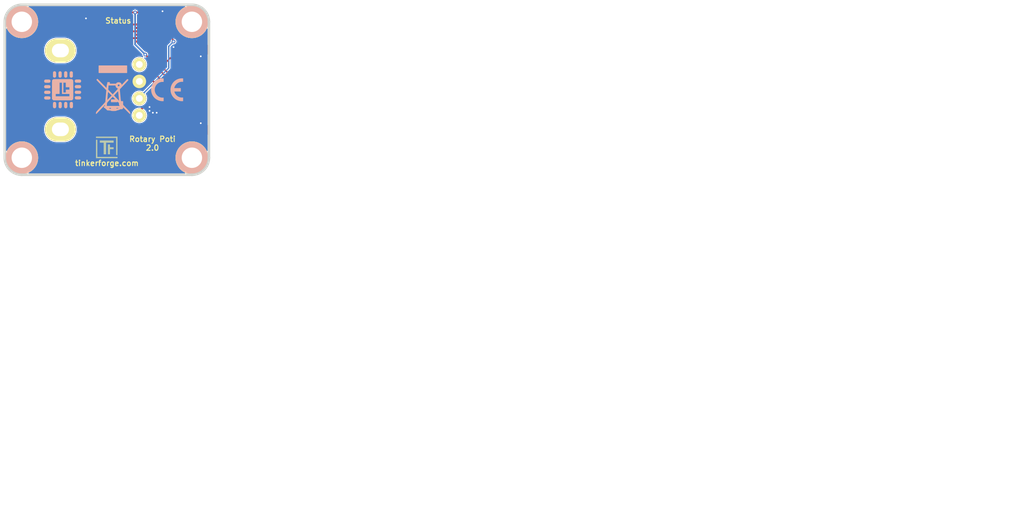
<source format=kicad_pcb>
(kicad_pcb (version 20221018) (generator pcbnew)
  (title_block (title "Rotary Poti Bricklet") (date "2018-06-22") (rev "2.0") (company "Tinkerforge GmbH") (comment 1 "Licensed under CERN OHL v.1.1") (comment 2 "Copyright (©) 2018, L.Lauer <lukas@tinkerforge.com>"))
  (layers (0 "F.Cu" signal "Vorderseite") (31 "B.Cu" signal "Rückseite") (34 "B.Paste" user) (35 "F.Paste" user) (36 "B.SilkS" user "B.Silkscreen") (37 "F.SilkS" user "F.Silkscreen") (38 "B.Mask" user) (39 "F.Mask" user) (44 "Edge.Cuts" user))
  (net 0 "")
  (net 1 "GND")
  (net 2 "IN_1")
  (net 3 "VCC")
  (net 4 "Net-(C1-Pad1)")
  (net 5 "Net-(D1-Pad2)")
  (net 6 "Net-(P1-Pad1)")
  (net 7 "Net-(P1-Pad4)")
  (net 8 "Net-(P1-Pad5)")
  (net 9 "Net-(P1-Pad6)")
  (net 10 "Net-(P2-Pad1)")
  (net 11 "Net-(P3-Pad2)")
  (net 12 "Net-(R3-Pad1)")
  (net 13 "S-MISO")
  (net 14 "S-MOSI")
  (net 15 "S-CLK")
  (net 16 "S-CS")
  (net 17 "Net-(U1-Pad3)")
  (net 18 "Net-(U1-Pad4)")
  (net 19 "Net-(U1-Pad5)")
  (net 20 "Net-(U1-Pad6)")
  (net 21 "Net-(U1-Pad7)")
  (net 22 "Net-(U1-Pad8)")
  (net 23 "Net-(U1-Pad11)")
  (net 24 "Net-(U1-Pad12)")
  (net 25 "Net-(U1-Pad14)")
  (net 26 "Net-(U1-Pad16)")
  (net 27 "Net-(U1-Pad19)")
  (net 28 "Net-(U1-Pad20)")
  (net 29 "Net-(U1-Pad21)")
  (net 30 "Net-(U1-Pad18)")
  (footprint "kicad-libraries:DRILL_NP" (layer "F.Cu") (at 160.9 112.2 90)
    (fp_text reference "U5" hide)
    (fp_text value "DRILL" hide)
    (pad "" np_thru_hole circle (at 0 0 90) (size 2.99974 2.99974) (drill 2.99974) (layers "*.Cu" "*.Mask" "F.SilkS") (clearance 0.89916))
  )
  (footprint "kicad-libraries:DRILL_NP" (layer "F.Cu") (at 160.9 92.2)
    (fp_text reference "U4" hide)
    (fp_text value "DRILL" hide)
    (pad "" np_thru_hole circle (at 0 0) (size 2.99974 2.99974) (drill 2.99974) (layers "*.Cu" "*.Mask" "F.SilkS") (clearance 0.89916))
  )
  (footprint "kicad-libraries:DRILL_NP" (layer "F.Cu") (at 135.9 112.2)
    (fp_text reference "U3" hide)
    (fp_text value "DRILL" hide)
    (pad "" np_thru_hole circle (at 0 0) (size 2.99974 2.99974) (drill 2.99974) (layers "*.Cu" "*.Mask" "F.SilkS") (clearance 0.89916))
  )
  (footprint "kicad-libraries:Logo_31x31" (layer "F.Cu") (at 146.8 109.1)
    (fp_text reference "Ref**" hide)
    (fp_text value "Val**" hide)
  )
  (footprint "kicad-libraries:Fiducial_Mark" (layer "F.Cu") (at 155.9 113.2)
    (fp_text reference "Fiducial_Mark" hide)
    (fp_text value "VAL**" hide)
    (pad "1" smd circle (at 0 0) (size 1.00076 1.00076) (layers "F.Cu" "F.Paste" "F.Mask") (clearance 0.65024))
  )
  (footprint "kicad-libraries:Fiducial_Mark" (layer "F.Cu") (at 140.9 91.2)
    (fp_text reference "Fiducial_Mark" hide)
    (fp_text value "VAL**" hide)
    (pad "1" smd circle (at 0 0) (size 1.00076 1.00076) (layers "F.Cu" "F.Paste" "F.Mask") (clearance 0.65024))
  )
  (footprint "kicad-libraries:C0402F" (layer "F.Cu") (at 158.2 97 90)
    (fp_text reference "C1")
    (fp_text value "220pF")
    (pad "1" smd rect (at -0.5 0 90) (size 0.6 0.7) (layers "F.Cu" "F.Paste" "F.Mask") (net 4 "Net-(C1-Pad1)"))
    (pad "2" smd rect (at 0.5 0 90) (size 0.6 0.7) (layers "F.Cu" "F.Paste" "F.Mask") (net 1 "GND"))
  )
  (footprint "kicad-libraries:C0805" (layer "F.Cu") (at 156.9 104.1 -90)
    (fp_text reference "C3")
    (fp_text value "10uF")
    (pad "1" smd rect (at -1.00076 0 270) (size 1.00076 1.24968) (layers "F.Cu" "F.Paste" "F.Mask") (net 3 "VCC") (clearance 0.14986))
    (pad "2" smd rect (at 1.00076 0 270) (size 1.00076 1.24968) (layers "F.Cu" "F.Paste" "F.Mask") (net 1 "GND") (clearance 0.14986))
  )
  (footprint "kicad-libraries:C0603F" (layer "F.Cu") (at 155.4 104.1 -90)
    (fp_text reference "C4")
    (fp_text value "1uF")
    (pad "1" smd rect (at -0.75 0 270) (size 0.9 0.9) (layers "F.Cu" "F.Paste" "F.Mask") (net 3 "VCC"))
    (pad "2" smd rect (at 0.75 0 270) (size 0.9 0.9) (layers "F.Cu" "F.Paste" "F.Mask") (net 1 "GND"))
  )
  (footprint "kicad-libraries:C0603F" (layer "F.Cu") (at 155.1 90.65)
    (fp_text reference "C5")
    (fp_text value "100nF")
    (pad "1" smd rect (at -0.75 0) (size 0.9 0.9) (layers "F.Cu" "F.Paste" "F.Mask") (net 3 "VCC"))
    (pad "2" smd rect (at 0.75 0) (size 0.9 0.9) (layers "F.Cu" "F.Paste" "F.Mask") (net 1 "GND"))
  )
  (footprint "kicad-libraries:D0603F" (layer "F.Cu") (at 150.06 90.82 180)
    (fp_text reference "D1")
    (fp_text value "blue")
    (pad "1" smd rect (at -0.75 0 180) (size 0.9 0.9) (layers "F.Cu" "F.Paste" "F.Mask") (net 3 "VCC"))
    (pad "2" smd rect (at 0.75 0 180) (size 0.9 0.9) (layers "F.Cu" "F.Paste" "F.Mask") (net 5 "Net-(D1-Pad2)"))
  )
  (footprint "kicad-libraries:CON-SENSOR2" (layer "F.Cu") (at 163.4 102.2 90)
    (fp_text reference "P1")
    (fp_text value "CON-SENSOR2")
    (pad "1" smd rect (at -3.75 -4.6 90) (size 0.6 1.8) (layers "F.Cu" "F.Paste" "F.Mask") (net 6 "Net-(P1-Pad1)"))
    (pad "2" smd rect (at -2.5 -4.6 90) (size 0.6 1.8) (layers "F.Cu" "F.Paste" "F.Mask") (net 1 "GND"))
    (pad "3" smd rect (at -1.25 -4.6 90) (size 0.6 1.8) (layers "F.Cu" "F.Paste" "F.Mask") (net 3 "VCC"))
    (pad "4" smd rect (at 0 -4.6 90) (size 0.6 1.8) (layers "F.Cu" "F.Paste" "F.Mask") (net 7 "Net-(P1-Pad4)"))
    (pad "5" smd rect (at 1.25 -4.6 90) (size 0.6 1.8) (layers "F.Cu" "F.Paste" "F.Mask") (net 8 "Net-(P1-Pad5)"))
    (pad "6" smd rect (at 2.5 -4.6 90) (size 0.6 1.8) (layers "F.Cu" "F.Paste" "F.Mask") (net 9 "Net-(P1-Pad6)"))
    (pad "7" smd rect (at 3.75 -4.6 90) (size 0.6 1.8) (layers "F.Cu" "F.Paste" "F.Mask") (net 4 "Net-(C1-Pad1)"))
    (pad "EP" smd rect (at -5.9 -1.2 90) (size 1.4 2.4) (layers "F.Cu" "F.Paste" "F.Mask") (net 1 "GND"))
    (pad "EP" smd rect (at 5.9 -1.2 90) (size 1.4 2.4) (layers "F.Cu" "F.Paste" "F.Mask") (net 1 "GND"))
  )
  (footprint "kicad-libraries:DEBUG_PAD" (layer "F.Cu") (at 150.21 93.57)
    (fp_text reference "P2")
    (fp_text value "DEBUG")
    (pad "1" smd circle (at 0 0) (size 0.7 0.7) (layers "F.Cu" "F.Paste" "F.Mask") (net 10 "Net-(P2-Pad1)"))
  )
  (footprint "kicad-libraries:SolderJumper" (layer "F.Cu") (at 144.35 91.93 -90)
    (fp_text reference "P3")
    (fp_text value "BOOT")
    (pad "1" smd rect (at -0.5 0 270) (size 0.4 1.4) (layers "F.Cu" "F.Mask") (net 1 "GND"))
    (pad "1" smd rect (at -0.225 -0.55 270) (size 0.95 0.3) (layers "F.Cu" "F.Mask") (net 1 "GND"))
    (pad "1" smd rect (at -0.225 0.55 270) (size 0.95 0.3) (layers "F.Cu" "F.Mask") (net 1 "GND"))
    (pad "2" smd rect (at 0.15 0 270) (size 0.6 0.5) (layers "F.Cu" "F.Mask") (net 11 "Net-(P3-Pad2)"))
    (pad "2" smd rect (at 0.55 0 270) (size 0.3 1.4) (layers "F.Cu" "F.Mask") (net 11 "Net-(P3-Pad2)"))
  )
  (footprint "kicad-libraries:R0603F" (layer "F.Cu") (at 147.09 90.82)
    (fp_text reference "R3")
    (fp_text value "1k")
    (pad "1" smd rect (at -0.75 0) (size 0.9 0.9) (layers "F.Cu" "F.Paste" "F.Mask") (net 12 "Net-(R3-Pad1)"))
    (pad "2" smd rect (at 0.75 0) (size 0.9 0.9) (layers "F.Cu" "F.Paste" "F.Mask") (net 5 "Net-(D1-Pad2)"))
  )
  (footprint "kicad-libraries:4X0402" (layer "F.Cu") (at 156.1 97.6)
    (fp_text reference "RP1")
    (fp_text value "82")
    (pad "1" smd rect (at -0.7493 0.575 180) (size 0.29972 0.65) (layers "F.Cu" "F.Paste" "F.Mask") (net 7 "Net-(P1-Pad4)"))
    (pad "2" smd rect (at -0.24892 0.575 180) (size 0.29972 0.65) (layers "F.Cu" "F.Paste" "F.Mask") (net 8 "Net-(P1-Pad5)"))
    (pad "3" smd rect (at 0.24892 0.575 180) (size 0.29972 0.65) (layers "F.Cu" "F.Paste" "F.Mask") (net 9 "Net-(P1-Pad6)"))
    (pad "4" smd rect (at 0.7493 0.575 180) (size 0.29972 0.65) (layers "F.Cu" "F.Paste" "F.Mask") (net 4 "Net-(C1-Pad1)"))
    (pad "5" smd rect (at 0.7493 -0.575) (size 0.29972 0.65) (layers "F.Cu" "F.Paste" "F.Mask") (net 13 "S-MISO"))
    (pad "6" smd rect (at 0.24892 -0.575) (size 0.29972 0.65) (layers "F.Cu" "F.Paste" "F.Mask") (net 14 "S-MOSI"))
    (pad "7" smd rect (at -0.24892 -0.575) (size 0.29972 0.65) (layers "F.Cu" "F.Paste" "F.Mask") (net 15 "S-CLK"))
    (pad "8" smd rect (at -0.7493 -0.575) (size 0.29972 0.65) (layers "F.Cu" "F.Paste" "F.Mask") (net 16 "S-CS"))
  )
  (footprint "F11KH" (layer "F.Cu") (at 147.674 102.22324 90)
    (fp_text reference "RV1")
    (fp_text value "F11KH")
    (pad "" thru_hole oval (at -5.79882 -6.10108 90) (size 3.50012 4.50088) (drill oval 1.99898 2.49936) (layers "*.Cu" "*.Mask" "F.SilkS"))
    (pad "" thru_hole circle (at 3.74904 5.4991 90) (size 1.99898 1.99898) (drill 1.00076) (layers "*.Cu" "*.Mask" "F.SilkS"))
    (pad "" thru_hole oval (at 5.79882 -6.10108 90) (size 3.50012 4.50088) (drill oval 1.99898 2.49936) (layers "*.Cu" "*.Mask" "F.SilkS"))
    (pad "1" thru_hole circle (at -3.74904 5.4991 90) (size 1.99898 1.99898) (drill 1.00076) (layers "*.Cu" "*.Mask" "F.SilkS") (net 3 "VCC"))
    (pad "2" thru_hole circle (at -1.24968 5.4991 90) (size 1.99898 1.99898) (drill 1.00076) (layers "*.Cu" "*.Mask" "F.SilkS") (net 2 "IN_1"))
    (pad "3" thru_hole circle (at 1.24968 5.4991 90) (size 1.99898 1.99898) (drill 1.00076) (layers "*.Cu" "*.Mask" "F.SilkS") (net 1 "GND"))
  )
  (footprint "kicad-libraries:QFN24-4x4mm-0.5mm" (layer "F.Cu") (at 155.1 93.85 180)
    (fp_text reference "U1")
    (fp_text value "XMC1100")
    (pad "1" smd oval (at -2.025 -1.25 180) (size 1 0.3) (layers "F.Cu" "F.Paste" "F.Mask") (net 13 "S-MISO"))
    (pad "2" smd oval (at -2.025 -0.75 180) (size 1 0.3) (layers "F.Cu" "F.Paste" "F.Mask") (net 2 "IN_1"))
    (pad "3" smd oval (at -2.025 -0.25 180) (size 1 0.3) (layers "F.Cu" "F.Paste" "F.Mask") (net 17 "Net-(U1-Pad3)"))
    (pad "4" smd oval (at -2.025 0.25 180) (size 1 0.3) (layers "F.Cu" "F.Paste" "F.Mask") (net 18 "Net-(U1-Pad4)"))
    (pad "5" smd oval (at -2.025 0.75 180) (size 1 0.3) (layers "F.Cu" "F.Paste" "F.Mask") (net 19 "Net-(U1-Pad5)"))
    (pad "6" smd oval (at -2.025 1.25 180) (size 1 0.3) (layers "F.Cu" "F.Paste" "F.Mask") (net 20 "Net-(U1-Pad6)"))
    (pad "7" smd oval (at -1.25 2.025 270) (size 1 0.3) (layers "F.Cu" "F.Paste" "F.Mask") (net 21 "Net-(U1-Pad7)"))
    (pad "8" smd oval (at -0.75 2.025 270) (size 1 0.3) (layers "F.Cu" "F.Paste" "F.Mask") (net 22 "Net-(U1-Pad8)"))
    (pad "9" smd oval (at -0.25 2.025 270) (size 1 0.3) (layers "F.Cu" "F.Paste" "F.Mask") (net 1 "GND"))
    (pad "10" smd oval (at 0.25 2.025 270) (size 1 0.3) (layers "F.Cu" "F.Paste" "F.Mask") (net 3 "VCC"))
    (pad "11" smd oval (at 0.75 2.025 270) (size 1 0.3) (layers "F.Cu" "F.Paste" "F.Mask") (net 23 "Net-(U1-Pad11)"))
    (pad "12" smd oval (at 1.25 2.025 270) (size 1 0.3) (layers "F.Cu" "F.Paste" "F.Mask") (net 24 "Net-(U1-Pad12)"))
    (pad "13" smd oval (at 2.025 1.25 180) (size 1 0.3) (layers "F.Cu" "F.Paste" "F.Mask") (net 12 "Net-(R3-Pad1)"))
    (pad "14" smd oval (at 2.025 0.75 180) (size 1 0.3) (layers "F.Cu" "F.Paste" "F.Mask") (net 25 "Net-(U1-Pad14)"))
    (pad "15" smd oval (at 2.025 0.25 180) (size 1 0.3) (layers "F.Cu" "F.Paste" "F.Mask") (net 10 "Net-(P2-Pad1)"))
    (pad "16" smd oval (at 2.025 -0.25 180) (size 1 0.3) (layers "F.Cu" "F.Paste" "F.Mask") (net 26 "Net-(U1-Pad16)"))
    (pad "17" smd oval (at 2.025 -0.75 180) (size 1 0.3) (layers "F.Cu" "F.Paste" "F.Mask") (net 11 "Net-(P3-Pad2)"))
    (pad "18" smd oval (at 2.025 -1.25 180) (size 1 0.3) (layers "F.Cu" "F.Paste" "F.Mask") (net 30 "Net-(U1-Pad18)"))
    (pad "19" smd oval (at 1.25 -2.025 270) (size 1 0.3) (layers "F.Cu" "F.Paste" "F.Mask") (net 27 "Net-(U1-Pad19)"))
    (pad "20" smd oval (at 0.75 -2.025 270) (size 1 0.3) (layers "F.Cu" "F.Paste" "F.Mask") (net 28 "Net-(U1-Pad20)"))
    (pad "21" smd oval (at 0.25 -2.025 270) (size 1 0.3) (layers "F.Cu" "F.Paste" "F.Mask") (net 29 "Net-(U1-Pad21)"))
    (pad "22" smd oval (at -0.25 -2.025 270) (size 1 0.3) (layers "F.Cu" "F.Paste" "F.Mask") (net 16 "S-CS"))
    (pad "23" smd oval (at -0.75 -2.025 270) (size 1 0.3) (layers "F.Cu" "F.Paste" "F.Mask") (net 15 "S-CLK"))
    (pad "24" smd oval (at -1.25 -2.025 270) (size 1 0.3) (layers "F.Cu" "F.Paste" "F.Mask") (net 14 "S-MOSI"))
    (pad "EXP" smd rect (at -0.65 -0.65 180) (size 1.3 1.3) (layers "F.Cu" "F.Paste" "F.Mask") (net 1 "GND"))
    (pad "EXP" smd rect (at -0.65 0.65 180) (size 1.3 1.3) (layers "F.Cu" "F.Paste" "F.Mask") (net 1 "GND"))
    (pad "EXP" smd rect (at 0.65 -0.65 180) (size 1.3 1.3) (layers "F.Cu" "F.Paste" "F.Mask") (net 1 "GND"))
    (pad "EXP" smd rect (at 0.65 0.65 180) (size 1.3 1.3) (layers "F.Cu" "F.Paste" "F.Mask") (net 1 "GND"))
  )
  (footprint "kicad-libraries:DRILL_NP" (layer "F.Cu") (at 135.9 92.2)
    (fp_text reference "U6" hide)
    (fp_text value "DRILL" hide)
    (pad "" np_thru_hole circle (at 0 0) (size 2.99974 2.99974) (drill 2.99974) (layers "*.Cu" "*.Mask" "F.SilkS") (clearance 0.89916))
  )
  (footprint "kicad-libraries:CE_5mm" (layer "B.Cu") (at 157.3 102.2)
    (fp_text reference "VAL" hide)
    (fp_text value "CE_5mm" hide)
  )
  (footprint "kicad-libraries:WEEE_7mm" (layer "B.Cu") (at 149.3 102.2)
    (fp_text reference "VAL" hide)
    (fp_text value "WEEE_7mm" hide)
  )
  (footprint "kicad-libraries:Logo_CoMCU" (layer "B.Cu") (at 141.9 102.2)
    (fp_text reference "G***" hide)
    (fp_text value "LOGO" hide)
  )
  (gr_line (start 135.9 114.7) (end 160.9 114.7) (stroke (width 0.381)) (layer "Edge.Cuts"))
  (gr_arc (start 160.9 89.7) (mid 162.667767 90.432233) (end 163.4 92.2) (stroke (width 0.381)) (layer "Edge.Cuts"))
  (gr_line (start 133.4 92.2) (end 133.4 112.2) (stroke (width 0.381)) (layer "Edge.Cuts"))
  (gr_line (start 160.9 89.7) (end 135.9 89.7) (stroke (width 0.381)) (layer "Edge.Cuts"))
  (gr_arc (start 133.4 92.2) (mid 134.132233 90.432233) (end 135.9 89.7) (stroke (width 0.381)) (layer "Edge.Cuts"))
  (gr_arc (start 135.9 114.7) (mid 134.132233 113.967767) (end 133.4 112.2) (stroke (width 0.381)) (layer "Edge.Cuts"))
  (gr_line (start 163.4 112.2) (end 163.4 92.2) (stroke (width 0.381)) (layer "Edge.Cuts"))
  (gr_arc (start 163.4 112.2) (mid 162.667767 113.967767) (end 160.9 114.7) (stroke (width 0.381)) (layer "Edge.Cuts"))
  (gr_text "Status" (at 150.07 92.04) (layer "F.SilkS") (effects (font (size 0.8 0.8))))
  (gr_text "tinkerforge.com" (at 148.4 113) (layer "F.SilkS") (effects (font (size 0.8001 0.8001) (thickness 0.14986))))
  (gr_text "Rotary Poti\n2.0" (at 155.1 110.1) (layer "F.SilkS") (effects (font (size 0.8 0.8))))
  (segment (start 157.87 104.7) (end 157.46924 105.10076) (width 0.55) (layer "F.Cu") (net 1))
  (segment (start 157.46924 105.10076) (end 156.9 105.10076) (width 0.55) (layer "F.Cu") (net 1))
  (segment (start 156.28076 105.10076) (end 156.03 104.85) (width 0.55) (layer "F.Cu") (net 1))
  (segment (start 156.03 104.85) (end 155.4 104.85) (width 0.55) (layer "F.Cu") (net 1))
  (segment (start 155.72 105.58) (end 155.4 105.26) (width 0.55) (layer "F.Cu") (net 1))
  (segment (start 155.4 105.34) (end 155.16 105.58) (width 0.55) (layer "F.Cu") (net 1))
  (segment (start 155.12 104.85) (end 154.67 105.3) (width 0.55) (layer "F.Cu") (net 1))
  (segment (start 154.78 104.85) (end 154.67 104.74) (width 0.55) (layer "F.Cu") (net 1))
  (segment (start 154.95 105.58) (end 154.67 105.3) (width 0.55) (layer "F.Cu") (net 1))
  (segment (start 155.29 104.74) (end 155.4 104.85) (width 0.55) (layer "F.Cu") (net 1))
  (segment (start 154.45 94.5) (end 155.75 94.5) (width 0.2) (layer "F.Cu") (net 1))
  (segment (start 155.75 94.5) (end 155.75 93.2) (width 0.2) (layer "F.Cu") (net 1))
  (segment (start 155.75 93.2) (end 154.45 93.2) (width 0.2) (layer "F.Cu") (net 1))
  (segment (start 155.35 92.8) (end 155.75 93.2) (width 0.2) (layer "F.Cu") (net 1))
  (segment (start 155.35 91.15) (end 155.85 90.65) (width 0.25) (layer "F.Cu") (net 1))
  (segment (start 143.8 91.56) (end 143.9 91.46) (width 0.25) (layer "F.Cu") (net 1))
  (segment (start 143.9 91.46) (end 144.28 91.46) (width 0.25) (layer "F.Cu") (net 1))
  (segment (start 144.28 91.46) (end 144.35 91.43) (width 0.25) (layer "F.Cu") (net 1))
  (segment (start 144.78 91.43) (end 144.91 91.56) (width 0.25) (layer "F.Cu") (net 1))
  (segment (start 144.91 91.56) (end 144.91 91.78) (width 0.25) (layer "F.Cu") (net 1))
  (segment (start 144.91 91.78) (end 144.9 91.705) (width 0.25) (layer "F.Cu") (net 1))
  (segment (start 145.325 91.705) (end 145.33 91.7) (width 0.25) (layer "F.Cu") (net 1))
  (segment (start 154.67 104.74) (end 155.29 104.74) (width 0.55) (layer "F.Cu") (net 1))
  (segment (start 158.2 96.5) (end 158.2 95.92) (width 0.55) (layer "F.Cu") (net 1))
  (segment (start 156.9 105.10076) (end 156.28076 105.10076) (width 0.55) (layer "F.Cu") (net 1))
  (segment (start 155.35 91.825) (end 155.35 91.15) (width 0.25) (layer "F.Cu") (net 1))
  (segment (start 155.4 104.85) (end 155.4 105.26) (width 0.55) (layer "F.Cu") (net 1))
  (segment (start 158.8 104.7) (end 157.87 104.7) (width 0.55) (layer "F.Cu") (net 1))
  (segment (start 154.45 93.2) (end 154.45 94.5) (width 0.2) (layer "F.Cu") (net 1))
  (segment (start 155.16 105.58) (end 155.72 105.58) (width 0.55) (layer "F.Cu") (net 1))
  (segment (start 155.85 90.65) (end 156.58 90.65) (width 0.55) (layer "F.Cu") (net 1))
  (segment (start 155.4 105.34) (end 155.4 104.85) (width 0.55) (layer "F.Cu") (net 1))
  (segment (start 162.2 108.1) (end 162.2 107.12) (width 0.55) (layer "F.Cu") (net 1))
  (segment (start 153.1731 100.97356) (end 153.17564 100.97356) (width 0.29972) (layer "F.Cu") (net 1))
  (segment (start 144.35 91.43) (end 144.78 91.43) (width 0.25) (layer "F.Cu") (net 1))
  (segment (start 144.9 91.705) (end 145.325 91.705) (width 0.25) (layer "F.Cu") (net 1))
  (segment (start 154.78 104.85) (end 155.4 104.85) (width 0.55) (layer "F.Cu") (net 1))
  (segment (start 162.2 96.3) (end 162.2 97.28) (width 0.55) (layer "F.Cu") (net 1))
  (segment (start 154.67 105.3) (end 154.67 104.74) (width 0.55) (layer "F.Cu") (net 1))
  (segment (start 143.8 91.705) (end 143.8 91.56) (width 0.25) (layer "F.Cu") (net 1))
  (segment (start 155.35 91.825) (end 155.35 92.8) (width 0.2) (layer "F.Cu") (net 1))
  (segment (start 155.16 105.58) (end 154.95 105.58) (width 0.55) (layer "F.Cu") (net 1))
  (via (at 145.33 91.7) (size 0.55) (drill 0.24892) (layers "F.Cu" "B.Cu") (net 1))
  (via (at 162.2 107.12) (size 0.55) (drill 0.24892) (layers "F.Cu" "B.Cu") (net 1))
  (via (at 154.67 105.3) (size 0.55) (drill 0.24892) (layers "F.Cu" "B.Cu") (net 1))
  (via (at 155.72 105.58) (size 0.55) (drill 0.24892) (layers "F.Cu" "B.Cu") (net 1))
  (via (at 155.16 105.58) (size 0.55) (drill 0.24892) (layers "F.Cu" "B.Cu") (net 1))
  (via (at 158.2 95.92) (size 0.55) (drill 0.24892) (layers "F.Cu" "B.Cu") (net 1))
  (via (at 154.67 104.74) (size 0.55) (drill 0.24892) (layers "F.Cu" "B.Cu") (net 1))
  (via (at 156.58 90.65) (size 0.55) (drill 0.24892) (layers "F.Cu" "B.Cu") (net 1))
  (via (at 162.2 97.28) (size 0.55) (drill 0.24892) (layers "F.Cu" "B.Cu") (net 1))
  (segment (start 153.1731 100.97356) (end 153.17564 100.97356) (width 0.29972) (layer "B.Cu") (net 1))
  (segment (start 158.2 94.92) (end 157.88 94.6) (width 0.2) (layer "F.Cu") (net 2))
  (segment (start 157.88 94.6) (end 157.125 94.6) (width 0.2) (layer "F.Cu") (net 2))
  (segment (start 158.2 95.1) (end 158.2 94.92) (width 0.2) (layer "F.Cu") (net 2))
  (via (at 158.2 95.1) (size 0.55) (drill 0.24892) (layers "F.Cu" "B.Cu") (net 2))
  (segment (start 153.1731 103.3269) (end 157.5 99) (width 0.2) (layer "B.Cu") (net 2))
  (segment (start 157.5 99) (end 157.5 95.8) (width 0.2) (layer "B.Cu") (net 2))
  (segment (start 157.5 95.8) (end 158.2 95.1) (width 0.2) (layer "B.Cu") (net 2))
  (segment (start 153.1731 103.47292) (end 153.1731 103.3269) (width 0.2) (layer "B.Cu") (net 2))
  (segment (start 157.92 103.45) (end 157.56924 103.09924) (width 0.55) (layer "F.Cu") (net 3))
  (segment (start 157.56924 103.09924) (end 156.9 103.09924) (width 0.55) (layer "F.Cu") (net 3))
  (segment (start 156.27076 103.09924) (end 156.02 103.35) (width 0.55) (layer "F.Cu") (net 3))
  (segment (start 156.02 103.35) (end 155.4 103.35) (width 0.55) (layer "F.Cu") (net 3))
  (segment (start 154.85 91.15) (end 154.35 90.65) (width 0.25) (layer "F.Cu") (net 3))
  (segment (start 154.18 90.82) (end 154.35 90.65) (width 0.25) (layer "F.Cu") (net 3))
  (segment (start 155.4 101.14) (end 154.69 100.43) (width 0.25) (layer "F.Cu") (net 3))
  (segment (start 154.69 100.43) (end 154.69 97.67) (width 0.25) (layer "F.Cu") (net 3))
  (segment (start 154.69 97.67) (end 154.05 97.03) (width 0.25) (layer "F.Cu") (net 3))
  (segment (start 152.55 90.83) (end 152.55 90.82) (width 0.25) (layer "F.Cu") (net 3))
  (segment (start 152.55 90.82) (end 152.55 90.83) (width 0.25) (layer "F.Cu") (net 3))
  (segment (start 152.55 90.83) (end 152.55 90.82) (width 0.25) (layer "F.Cu") (net 3))
  (segment (start 152.55 90.82) (end 154.18 90.82) (width 0.25) (layer "F.Cu") (net 3))
  (segment (start 153.1731 105.3669) (end 154.48 104.06) (width 0.25) (layer "F.Cu") (net 3))
  (segment (start 154.48 104.06) (end 154.48 103.56) (width 0.25) (layer "F.Cu") (net 3))
  (segment (start 154.48 103.56) (end 154.69 103.35) (width 0.25) (layer "F.Cu") (net 3))
  (segment (start 154.69 103.35) (end 155.4 103.35) (width 0.25) (layer "F.Cu") (net 3))
  (segment (start 158.8 103.45) (end 157.92 103.45) (width 0.55) (layer "F.Cu") (net 3))
  (segment (start 156.9 103.09924) (end 156.27076 103.09924) (width 0.55) (layer "F.Cu") (net 3))
  (segment (start 153.1731 105.97228) (end 153.17564 105.97228) (width 0.29972) (layer "F.Cu") (net 3))
  (segment (start 153.1731 105.97228) (end 153.1731 105.3669) (width 0.25) (layer "F.Cu") (net 3))
  (segment (start 150.81 90.82) (end 152.55 90.82) (width 0.25) (layer "F.Cu") (net 3))
  (segment (start 155.4 103.35) (end 155.4 101.14) (width 0.25) (layer "F.Cu") (net 3))
  (segment (start 154.85 91.825) (end 154.85 91.15) (width 0.25) (layer "F.Cu") (net 3))
  (via (at 152.55 90.83) (size 0.55) (drill 0.24892) (layers "F.Cu" "B.Cu") (net 3))
  (via (at 154.05 97.03) (size 0.55) (drill 0.24892) (layers "F.Cu" "B.Cu") (net 3))
  (segment (start 154.05 97.03) (end 152.55 95.53) (width 0.25) (layer "B.Cu") (net 3))
  (segment (start 152.55 95.53) (end 152.55 90.83) (width 0.25) (layer "B.Cu") (net 3))
  (segment (start 158.2 98.15) (end 158.5 98.45) (width 0.2) (layer "F.Cu") (net 4))
  (segment (start 158.5 98.45) (end 158.8 98.45) (width 0.2) (layer "F.Cu") (net 4))
  (segment (start 157.085 98.175) (end 157.76 97.5) (width 0.2) (layer "F.Cu") (net 4))
  (segment (start 157.76 97.5) (end 158.2 97.5) (width 0.2) (layer "F.Cu") (net 4))
  (segment (start 158.2 97.5) (end 158.2 98.15) (width 0.2) (layer "F.Cu") (net 4))
  (segment (start 156.8493 98.175) (end 157.085 98.175) (width 0.2) (layer "F.Cu") (net 4))
  (segment (start 149.31 90.82) (end 147.84 90.82) (width 0.25) (layer "F.Cu") (net 5))
  (segment (start 157.83 102.2) (end 155.3507 99.7207) (width 0.2) (layer "F.Cu") (net 7))
  (segment (start 155.3507 99.7207) (end 155.3507 98.175) (width 0.2) (layer "F.Cu") (net 7))
  (segment (start 158.8 102.2) (end 157.83 102.2) (width 0.2) (layer "F.Cu") (net 7))
  (segment (start 157.78 100.95) (end 155.85108 99.02108) (width 0.2) (layer "F.Cu") (net 8))
  (segment (start 155.85108 99.02108) (end 155.85108 98.175) (width 0.2) (layer "F.Cu") (net 8))
  (segment (start 158.8 100.95) (end 157.78 100.95) (width 0.2) (layer "F.Cu") (net 8))
  (segment (start 157.36 99.7) (end 156.34892 98.68892) (width 0.2) (layer "F.Cu") (net 9))
  (segment (start 156.34892 98.68892) (end 156.34892 98.175) (width 0.2) (layer "F.Cu") (net 9))
  (segment (start 158.8 99.7) (end 157.36 99.7) (width 0.2) (layer "F.Cu") (net 9))
  (segment (start 150.24 93.6) (end 150.21 93.57) (width 0.25) (layer "F.Cu") (net 10))
  (segment (start 153.075 93.6) (end 150.24 93.6) (width 0.25) (layer "F.Cu") (net 10))
  (segment (start 145.12 94.6) (end 144.35 93.83) (width 0.25) (layer "F.Cu") (net 11))
  (segment (start 144.35 93.83) (end 144.35 92.48) (width 0.25) (layer "F.Cu") (net 11))
  (segment (start 144.35 92.48) (end 144.35 92.08) (width 0.25) (layer "F.Cu") (net 11))
  (segment (start 153.075 94.6) (end 145.12 94.6) (width 0.25) (layer "F.Cu") (net 11))
  (segment (start 152.2 92.6) (end 152.03 92.77) (width 0.25) (layer "F.Cu") (net 12))
  (segment (start 152.03 92.77) (end 147.34 92.77) (width 0.25) (layer "F.Cu") (net 12))
  (segment (start 147.34 92.77) (end 146.34 91.77) (width 0.25) (layer "F.Cu") (net 12))
  (segment (start 146.34 91.77) (end 146.34 90.82) (width 0.25) (layer "F.Cu") (net 12))
  (segment (start 153.075 92.6) (end 152.2 92.6) (width 0.25) (layer "F.Cu") (net 12))
  (segment (start 156.8493 96.4707) (end 157.125 96.195) (width 0.2) (layer "F.Cu") (net 13))
  (segment (start 157.125 96.195) (end 157.125 95.1) (width 0.2) (layer "F.Cu") (net 13))
  (segment (start 156.8493 97.025) (end 156.8493 96.4707) (width 0.2) (layer "F.Cu") (net 13))
  (segment (start 156.35 97.02392) (end 156.34892 97.025) (width 0.2) (layer "F.Cu") (net 14))
  (segment (start 156.35 95.875) (end 156.35 97.02392) (width 0.2) (layer "F.Cu") (net 14))
  (segment (start 155.85 97.02392) (end 155.85108 97.025) (width 0.2) (layer "F.Cu") (net 15))
  (segment (start 155.85 95.875) (end 155.85 97.02392) (width 0.2) (layer "F.Cu") (net 15))
  (segment (start 155.35 97.0243) (end 155.3507 97.025) (width 0.2) (layer "F.Cu") (net 16))
  (segment (start 155.35 95.875) (end 155.35 97.0243) (width 0.2) (layer "F.Cu") (net 16))
  (zone (net 1) (net_name "GND") (layer "B.Cu") (connect_pads yes (clearance 0.15)) (min_thickness 0.15) (fill yes (thermal_gap 0.29972) (thermal_bridge_width 0.29972))
    (polygon (pts (xy 163.4 114.7) (xy 133.4 114.7) (xy 133.4 89.7) (xy 163.4 89.7)))
  )
)
</source>
